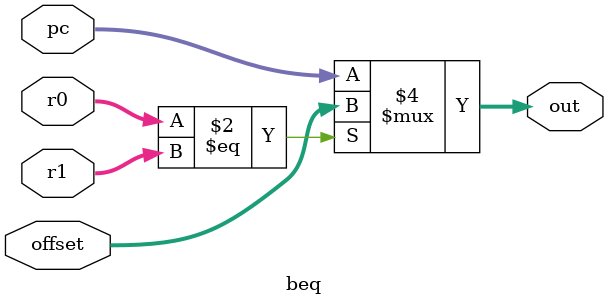
<source format=v>
module beq(
    input [31:0] r0,
    input [31:0] r1,
    input [31:0] offset,
    input [31:0] pc,
    output reg [31:0] out
);

always @* begin
    if(r0 == r1) begin
        out =  offset;
    end else begin
        out = pc ;
    end
end

endmodule 
</source>
